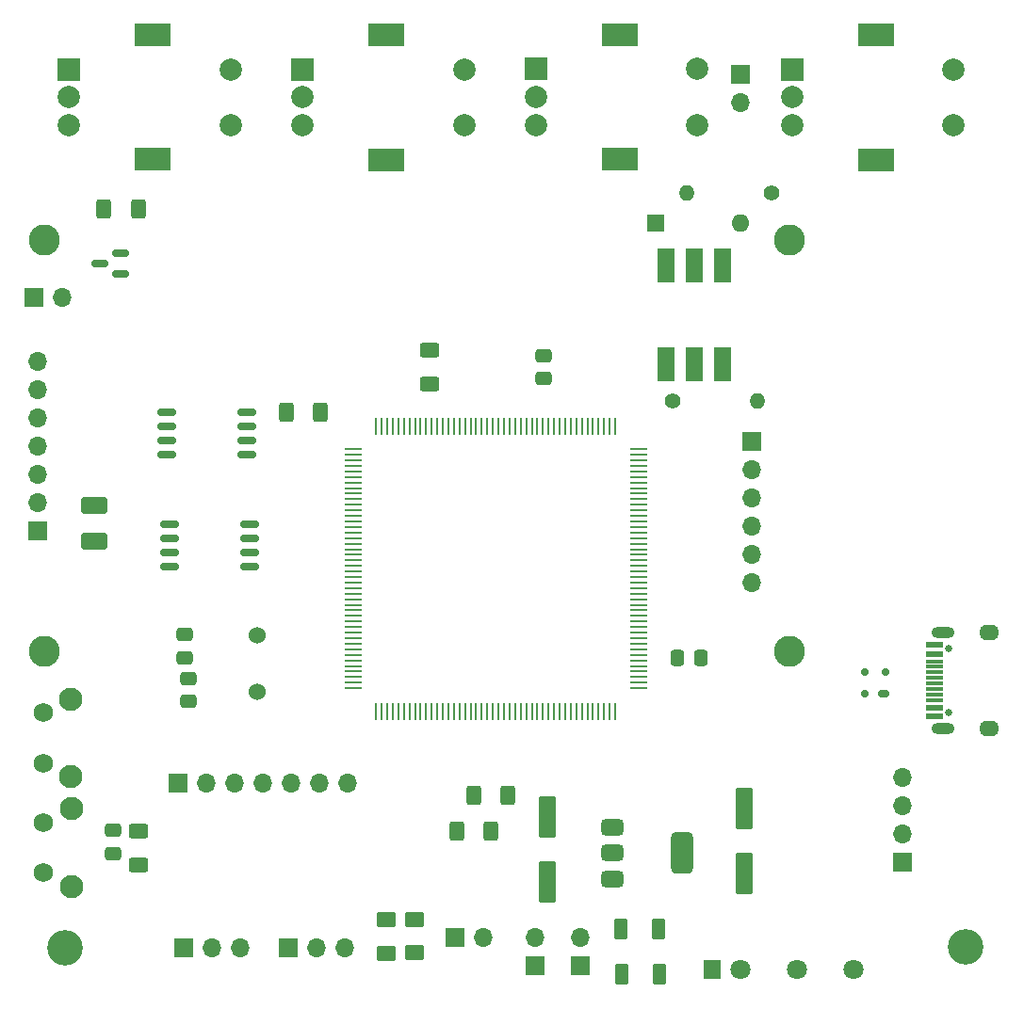
<source format=gbr>
%TF.GenerationSoftware,KiCad,Pcbnew,9.0.5*%
%TF.CreationDate,2025-11-16T19:48:47+01:00*%
%TF.ProjectId,OSCAR_Proc,4f534341-525f-4507-926f-632e6b696361,rev?*%
%TF.SameCoordinates,Original*%
%TF.FileFunction,Soldermask,Bot*%
%TF.FilePolarity,Negative*%
%FSLAX46Y46*%
G04 Gerber Fmt 4.6, Leading zero omitted, Abs format (unit mm)*
G04 Created by KiCad (PCBNEW 9.0.5) date 2025-11-16 19:48:47*
%MOMM*%
%LPD*%
G01*
G04 APERTURE LIST*
G04 Aperture macros list*
%AMRoundRect*
0 Rectangle with rounded corners*
0 $1 Rounding radius*
0 $2 $3 $4 $5 $6 $7 $8 $9 X,Y pos of 4 corners*
0 Add a 4 corners polygon primitive as box body*
4,1,4,$2,$3,$4,$5,$6,$7,$8,$9,$2,$3,0*
0 Add four circle primitives for the rounded corners*
1,1,$1+$1,$2,$3*
1,1,$1+$1,$4,$5*
1,1,$1+$1,$6,$7*
1,1,$1+$1,$8,$9*
0 Add four rect primitives between the rounded corners*
20,1,$1+$1,$2,$3,$4,$5,0*
20,1,$1+$1,$4,$5,$6,$7,0*
20,1,$1+$1,$6,$7,$8,$9,0*
20,1,$1+$1,$8,$9,$2,$3,0*%
G04 Aperture macros list end*
%ADD10R,2.000000X2.000000*%
%ADD11C,2.000000*%
%ADD12R,3.200000X2.000000*%
%ADD13C,2.800000*%
%ADD14R,1.700000X1.700000*%
%ADD15O,1.700000X1.700000*%
%ADD16C,3.200000*%
%ADD17RoundRect,0.250001X0.624999X-0.462499X0.624999X0.462499X-0.624999X0.462499X-0.624999X-0.462499X0*%
%ADD18RoundRect,0.250000X-0.550000X1.625000X-0.550000X-1.625000X0.550000X-1.625000X0.550000X1.625000X0*%
%ADD19RoundRect,0.250000X0.625000X-0.400000X0.625000X0.400000X-0.625000X0.400000X-0.625000X-0.400000X0*%
%ADD20RoundRect,0.162500X0.650000X0.162500X-0.650000X0.162500X-0.650000X-0.162500X0.650000X-0.162500X0*%
%ADD21RoundRect,0.250001X-0.944999X0.507499X-0.944999X-0.507499X0.944999X-0.507499X0.944999X0.507499X0*%
%ADD22RoundRect,0.250000X0.475000X-0.337500X0.475000X0.337500X-0.475000X0.337500X-0.475000X-0.337500X0*%
%ADD23RoundRect,0.250000X0.400000X0.625000X-0.400000X0.625000X-0.400000X-0.625000X0.400000X-0.625000X0*%
%ADD24RoundRect,0.250000X-0.475000X0.337500X-0.475000X-0.337500X0.475000X-0.337500X0.475000X0.337500X0*%
%ADD25RoundRect,0.250000X-0.362500X-0.700000X0.362500X-0.700000X0.362500X0.700000X-0.362500X0.700000X0*%
%ADD26RoundRect,0.150000X0.587500X0.150000X-0.587500X0.150000X-0.587500X-0.150000X0.587500X-0.150000X0*%
%ADD27C,0.650000*%
%ADD28RoundRect,0.137500X-0.662500X0.137500X-0.662500X-0.137500X0.662500X-0.137500X0.662500X0.137500X0*%
%ADD29RoundRect,0.072500X-0.727500X0.072500X-0.727500X-0.072500X0.727500X-0.072500X0.727500X0.072500X0*%
%ADD30RoundRect,0.071250X-0.728750X0.071250X-0.728750X-0.071250X0.728750X-0.071250X0.728750X0.071250X0*%
%ADD31O,1.800000X1.400000*%
%ADD32O,2.100000X1.000000*%
%ADD33C,2.100000*%
%ADD34C,1.750000*%
%ADD35C,1.524000*%
%ADD36R,1.500000X1.800000*%
%ADD37C,1.800000*%
%ADD38R,1.600000X1.600000*%
%ADD39O,1.600000X1.600000*%
%ADD40RoundRect,0.250000X-0.625000X0.400000X-0.625000X-0.400000X0.625000X-0.400000X0.625000X0.400000X0*%
%ADD41RoundRect,0.175000X0.325000X-0.175000X0.325000X0.175000X-0.325000X0.175000X-0.325000X-0.175000X0*%
%ADD42RoundRect,0.150000X0.150000X-0.200000X0.150000X0.200000X-0.150000X0.200000X-0.150000X-0.200000X0*%
%ADD43R,1.562100X0.279400*%
%ADD44R,0.279400X1.562100*%
%ADD45C,1.400000*%
%ADD46O,1.400000X1.400000*%
%ADD47RoundRect,0.375000X-0.625000X-0.375000X0.625000X-0.375000X0.625000X0.375000X-0.625000X0.375000X0*%
%ADD48RoundRect,0.500000X-0.500000X-1.400000X0.500000X-1.400000X0.500000X1.400000X-0.500000X1.400000X0*%
%ADD49RoundRect,0.250000X0.337500X0.475000X-0.337500X0.475000X-0.337500X-0.475000X0.337500X-0.475000X0*%
%ADD50RoundRect,0.250000X-0.550000X1.300000X-0.550000X-1.300000X0.550000X-1.300000X0.550000X1.300000X0*%
G04 APERTURE END LIST*
D10*
%TO.C,SW1*%
X174840000Y-28560000D03*
D11*
X174840000Y-33560000D03*
X174840000Y-31060000D03*
D12*
X182340000Y-25460000D03*
X182340000Y-36660000D03*
D11*
X189340000Y-33560000D03*
X189340000Y-28560000D03*
%TD*%
D10*
%TO.C,SW2*%
X151810000Y-28520000D03*
D11*
X151810000Y-33520000D03*
X151810000Y-31020000D03*
D12*
X159310000Y-25420000D03*
X159310000Y-36620000D03*
D11*
X166310000Y-33520000D03*
X166310000Y-28520000D03*
%TD*%
D13*
%TO.C,U6*%
X174560000Y-80920000D03*
X174560000Y-43920000D03*
X107560000Y-80920000D03*
X107560000Y-43920000D03*
D14*
X106990000Y-70040000D03*
D15*
X106990000Y-67500000D03*
X106990000Y-64960000D03*
X106990000Y-62420000D03*
X106990000Y-59880000D03*
X106990000Y-57340000D03*
X106990000Y-54800000D03*
%TD*%
D16*
%TO.C,REF\u002A\u002A*%
X190400000Y-107450000D03*
%TD*%
%TO.C,REF\u002A\u002A*%
X109420000Y-107560000D03*
%TD*%
D10*
%TO.C,SW3*%
X130820000Y-28560000D03*
D11*
X130820000Y-33560000D03*
X130820000Y-31060000D03*
D12*
X138320000Y-25460000D03*
X138320000Y-36660000D03*
D11*
X145320000Y-33560000D03*
X145320000Y-28560000D03*
%TD*%
D10*
%TO.C,SW4*%
X109830000Y-28540000D03*
D11*
X109830000Y-33540000D03*
X109830000Y-31040000D03*
D12*
X117330000Y-25440000D03*
X117330000Y-36640000D03*
D11*
X124330000Y-33540000D03*
X124330000Y-28540000D03*
%TD*%
D17*
%TO.C,D3*%
X138360000Y-108030000D03*
X138360000Y-105055000D03*
%TD*%
D18*
%TO.C,C9*%
X170520000Y-95005000D03*
X170520000Y-100855000D03*
%TD*%
D19*
%TO.C,R2*%
X142260000Y-56880000D03*
X142260000Y-53780000D03*
%TD*%
D20*
%TO.C,U4*%
X125790000Y-59415000D03*
X125790000Y-60685000D03*
X125790000Y-61955000D03*
X125790000Y-63225000D03*
X118615000Y-63225000D03*
X118615000Y-61955000D03*
X118615000Y-60685000D03*
X118615000Y-59415000D03*
%TD*%
D21*
%TO.C,C4*%
X112060000Y-67755000D03*
X112060000Y-71010000D03*
%TD*%
D14*
%TO.C,J7*%
X119630000Y-92725000D03*
D15*
X122170000Y-92725000D03*
X124710000Y-92725000D03*
X127250000Y-92725000D03*
X129790000Y-92725000D03*
X132330000Y-92725000D03*
X134870000Y-92725000D03*
%TD*%
D22*
%TO.C,C7*%
X120515000Y-85382500D03*
X120515000Y-83307500D03*
%TD*%
D14*
%TO.C,J9*%
X155740000Y-109210000D03*
D15*
X155740000Y-106670000D03*
%TD*%
D17*
%TO.C,D2*%
X140900000Y-108000000D03*
X140900000Y-105025000D03*
%TD*%
D23*
%TO.C,R6*%
X147740000Y-97030000D03*
X144640000Y-97030000D03*
%TD*%
D24*
%TO.C,C8*%
X120240000Y-79382500D03*
X120240000Y-81457500D03*
%TD*%
D23*
%TO.C,R1*%
X132415000Y-59420000D03*
X129315000Y-59420000D03*
%TD*%
D25*
%TO.C,FB2*%
X159437500Y-105890000D03*
X162762500Y-105890000D03*
%TD*%
D14*
%TO.C,J1*%
X184750000Y-99850000D03*
D15*
X184750000Y-97310000D03*
X184750000Y-94770000D03*
X184750000Y-92230000D03*
%TD*%
D26*
%TO.C,Q1*%
X114460000Y-45050000D03*
X114460000Y-46950000D03*
X112585000Y-46000000D03*
%TD*%
D27*
%TO.C,J2*%
X188880000Y-80640000D03*
X188880000Y-86420000D03*
D28*
X187575000Y-80330000D03*
X187575000Y-81130000D03*
D29*
X187575000Y-82280000D03*
D30*
X187575000Y-83280000D03*
X187575000Y-83780000D03*
D29*
X187575000Y-84780000D03*
D28*
X187575000Y-85930000D03*
X187575000Y-86730000D03*
X187575000Y-86730000D03*
X187575000Y-85930000D03*
D29*
X187575000Y-85280000D03*
X187575000Y-84280000D03*
D30*
X187575000Y-82792500D03*
D29*
X187575000Y-81780000D03*
D28*
X187575000Y-81130000D03*
X187575000Y-80330000D03*
D31*
X192560000Y-79210000D03*
D32*
X188380000Y-79210000D03*
D31*
X192560000Y-87850000D03*
D32*
X188380000Y-87850000D03*
%TD*%
D20*
%TO.C,U2*%
X126015000Y-69465000D03*
X126015000Y-70735000D03*
X126015000Y-72005000D03*
X126015000Y-73275000D03*
X118840000Y-73275000D03*
X118840000Y-72005000D03*
X118840000Y-70735000D03*
X118840000Y-69465000D03*
%TD*%
D14*
%TO.C,J11*%
X106660000Y-49080000D03*
D15*
X109200000Y-49080000D03*
%TD*%
D33*
%TO.C,SW5*%
X110040000Y-95040000D03*
X110040000Y-102050000D03*
D34*
X107550000Y-96290000D03*
X107550000Y-100790000D03*
%TD*%
D14*
%TO.C,J6*%
X144495000Y-106670000D03*
D15*
X147035000Y-106670000D03*
%TD*%
D35*
%TO.C,Y1*%
X126715000Y-79480000D03*
X126715000Y-84560000D03*
%TD*%
D23*
%TO.C,R12*%
X116040000Y-41070000D03*
X112940000Y-41070000D03*
%TD*%
D14*
%TO.C,J4*%
X129500000Y-107580000D03*
D15*
X132040000Y-107580000D03*
X134580000Y-107580000D03*
%TD*%
D36*
%TO.C,PS1*%
X167632500Y-109482500D03*
D37*
X170172500Y-109482500D03*
X175252500Y-109482500D03*
X180332500Y-109482500D03*
%TD*%
D25*
%TO.C,FB1*%
X159537500Y-109950000D03*
X162862500Y-109950000D03*
%TD*%
D33*
%TO.C,SW6*%
X110010000Y-85180000D03*
X110010000Y-92190000D03*
D34*
X107520000Y-86430000D03*
X107520000Y-90930000D03*
%TD*%
D38*
%TO.C,D4*%
X162520000Y-42390000D03*
D39*
X170140000Y-42390000D03*
%TD*%
D40*
%TO.C,R8*%
X116030000Y-97040000D03*
X116030000Y-100140000D03*
%TD*%
D24*
%TO.C,C5*%
X113760000Y-97012500D03*
X113760000Y-99087500D03*
%TD*%
D14*
%TO.C,J10*%
X151710000Y-109210000D03*
D15*
X151710000Y-106670000D03*
%TD*%
D41*
%TO.C,D1*%
X183020000Y-84710000D03*
D42*
X181320000Y-84710000D03*
X181320000Y-82710000D03*
X183220000Y-82710000D03*
%TD*%
D43*
%TO.C,U1*%
X135331649Y-84203351D03*
X135331649Y-83703350D03*
X135331649Y-83203351D03*
X135331649Y-82703352D03*
X135331649Y-82203350D03*
X135331649Y-81703351D03*
X135331649Y-81203350D03*
X135331649Y-80703351D03*
X135331649Y-80203352D03*
X135331649Y-79703350D03*
X135331649Y-79203351D03*
X135331649Y-78703350D03*
X135331649Y-78203351D03*
X135331649Y-77703352D03*
X135331649Y-77203350D03*
X135331649Y-76703351D03*
X135331649Y-76203350D03*
X135331649Y-75703351D03*
X135331649Y-75203352D03*
X135331649Y-74703350D03*
X135331649Y-74203351D03*
X135331649Y-73703350D03*
X135331649Y-73203350D03*
X135331649Y-72703352D03*
X135331649Y-72203350D03*
X135331649Y-71703351D03*
X135331649Y-71203349D03*
X135331649Y-70703350D03*
X135331649Y-70203351D03*
X135331649Y-69703350D03*
X135331649Y-69203351D03*
X135331649Y-68703349D03*
X135331649Y-68203350D03*
X135331649Y-67703351D03*
X135331649Y-67203350D03*
X135331649Y-66703351D03*
X135331649Y-66203352D03*
X135331649Y-65703350D03*
X135331649Y-65203351D03*
X135331649Y-64703350D03*
X135331649Y-64203351D03*
X135331649Y-63703352D03*
X135331649Y-63203350D03*
X135331649Y-62703351D03*
D44*
X137414998Y-60620000D03*
X137914999Y-60620000D03*
X138414998Y-60620000D03*
X138915000Y-60620000D03*
X139414999Y-60620000D03*
X139914998Y-60620000D03*
X140414999Y-60620000D03*
X140914998Y-60620000D03*
X141415000Y-60620000D03*
X141914999Y-60620000D03*
X142414998Y-60620000D03*
X142914999Y-60620000D03*
X143414998Y-60620000D03*
X143915000Y-60620000D03*
X144414999Y-60620000D03*
X144914998Y-60620000D03*
X145414999Y-60620000D03*
X145914998Y-60620000D03*
X146414997Y-60620000D03*
X146914999Y-60620000D03*
X147414998Y-60620000D03*
X147914999Y-60620000D03*
X148414999Y-60620000D03*
X148914997Y-60620000D03*
X149414999Y-60620000D03*
X149914998Y-60620000D03*
X150415000Y-60620000D03*
X150914999Y-60620000D03*
X151414998Y-60620000D03*
X151914999Y-60620000D03*
X152414998Y-60620000D03*
X152915000Y-60620000D03*
X153414999Y-60620000D03*
X153914998Y-60620000D03*
X154414999Y-60620000D03*
X154914998Y-60620000D03*
X155415000Y-60620000D03*
X155914999Y-60620000D03*
X156414998Y-60620000D03*
X156914999Y-60620000D03*
X157414998Y-60620000D03*
X157915000Y-60620000D03*
X158414999Y-60620000D03*
X158914998Y-60620000D03*
D43*
X160998349Y-62703349D03*
X160998349Y-63203350D03*
X160998349Y-63703349D03*
X160998349Y-64203351D03*
X160998349Y-64703350D03*
X160998349Y-65203349D03*
X160998349Y-65703350D03*
X160998349Y-66203349D03*
X160998349Y-66703351D03*
X160998349Y-67203350D03*
X160998349Y-67703349D03*
X160998349Y-68203350D03*
X160998349Y-68703349D03*
X160998349Y-69203351D03*
X160998349Y-69703350D03*
X160998349Y-70203349D03*
X160998349Y-70703350D03*
X160998349Y-71203349D03*
X160998349Y-71703348D03*
X160998349Y-72203350D03*
X160998349Y-72703349D03*
X160998349Y-73203350D03*
X160998349Y-73703350D03*
X160998349Y-74203348D03*
X160998349Y-74703350D03*
X160998349Y-75203349D03*
X160998349Y-75703351D03*
X160998349Y-76203350D03*
X160998349Y-76703349D03*
X160998349Y-77203350D03*
X160998349Y-77703349D03*
X160998349Y-78203351D03*
X160998349Y-78703350D03*
X160998349Y-79203349D03*
X160998349Y-79703350D03*
X160998349Y-80203349D03*
X160998349Y-80703351D03*
X160998349Y-81203350D03*
X160998349Y-81703349D03*
X160998349Y-82203350D03*
X160998349Y-82703349D03*
X160998349Y-83203351D03*
X160998349Y-83703350D03*
X160998349Y-84203349D03*
D44*
X158915000Y-86286700D03*
X158414999Y-86286700D03*
X157915000Y-86286700D03*
X157414998Y-86286700D03*
X156914999Y-86286700D03*
X156415000Y-86286700D03*
X155914999Y-86286700D03*
X155415000Y-86286700D03*
X154914998Y-86286700D03*
X154414999Y-86286700D03*
X153915000Y-86286700D03*
X153414999Y-86286700D03*
X152915000Y-86286700D03*
X152414998Y-86286700D03*
X151914999Y-86286700D03*
X151415000Y-86286700D03*
X150914999Y-86286700D03*
X150415000Y-86286700D03*
X149915001Y-86286700D03*
X149414999Y-86286700D03*
X148915000Y-86286700D03*
X148414999Y-86286700D03*
X147914999Y-86286700D03*
X147415001Y-86286700D03*
X146914999Y-86286700D03*
X146415000Y-86286700D03*
X145914998Y-86286700D03*
X145414999Y-86286700D03*
X144915000Y-86286700D03*
X144414999Y-86286700D03*
X143915000Y-86286700D03*
X143414998Y-86286700D03*
X142914999Y-86286700D03*
X142415000Y-86286700D03*
X141914999Y-86286700D03*
X141415000Y-86286700D03*
X140914998Y-86286700D03*
X140414999Y-86286700D03*
X139915000Y-86286700D03*
X139414999Y-86286700D03*
X138915000Y-86286700D03*
X138414998Y-86286700D03*
X137914999Y-86286700D03*
X137415000Y-86286700D03*
%TD*%
D14*
%TO.C,J8*%
X171140000Y-62040000D03*
D15*
X171140000Y-64580000D03*
X171140000Y-67120000D03*
X171140000Y-69660000D03*
X171140000Y-72200000D03*
X171140000Y-74740000D03*
%TD*%
D23*
%TO.C,R7*%
X149280000Y-93830000D03*
X146180000Y-93830000D03*
%TD*%
D45*
%TO.C,R10*%
X172980000Y-39690000D03*
D46*
X165360000Y-39690000D03*
%TD*%
D18*
%TO.C,C10*%
X152840000Y-95815000D03*
X152840000Y-101665000D03*
%TD*%
D47*
%TO.C,U8*%
X158620000Y-101350000D03*
X158620000Y-99050000D03*
D48*
X164920000Y-99050000D03*
D47*
X158620000Y-96750000D03*
%TD*%
D49*
%TO.C,C2*%
X166587500Y-81500000D03*
X164512500Y-81500000D03*
%TD*%
D50*
%TO.C,U7*%
X163440000Y-46140000D03*
X165980000Y-46140000D03*
X168520000Y-46140000D03*
X168520000Y-55030000D03*
X165980000Y-55030000D03*
X163440000Y-55030000D03*
%TD*%
D14*
%TO.C,J3*%
X120140000Y-107580000D03*
D15*
X122680000Y-107580000D03*
X125220000Y-107580000D03*
%TD*%
D45*
%TO.C,R9*%
X164060000Y-58410000D03*
D46*
X171680000Y-58410000D03*
%TD*%
D24*
%TO.C,C1*%
X152465000Y-54282500D03*
X152465000Y-56357500D03*
%TD*%
D14*
%TO.C,J5*%
X170190000Y-28970000D03*
D15*
X170190000Y-31510000D03*
%TD*%
M02*

</source>
